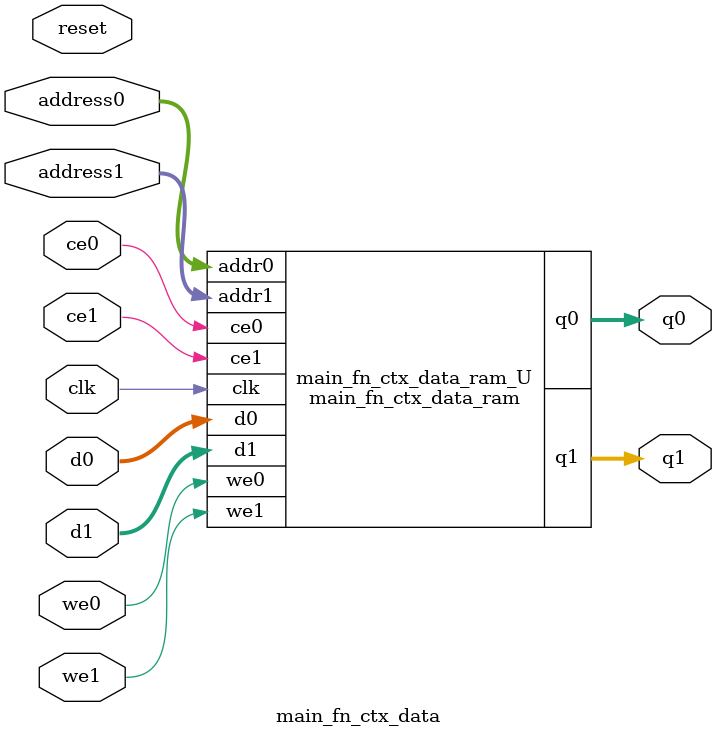
<source format=v>
`timescale 1 ns / 1 ps
module main_fn_ctx_data_ram (addr0, ce0, d0, we0, q0, addr1, ce1, d1, we1, q1,  clk);

parameter DWIDTH = 8;
parameter AWIDTH = 6;
parameter MEM_SIZE = 64;

input[AWIDTH-1:0] addr0;
input ce0;
input[DWIDTH-1:0] d0;
input we0;
output reg[DWIDTH-1:0] q0;
input[AWIDTH-1:0] addr1;
input ce1;
input[DWIDTH-1:0] d1;
input we1;
output reg[DWIDTH-1:0] q1;
input clk;

(* ram_style = "block" *)reg [DWIDTH-1:0] ram[0:MEM_SIZE-1];




always @(posedge clk)  
begin 
    if (ce0) 
    begin
        if (we0) 
        begin 
            ram[addr0] <= d0; 
        end 
        q0 <= ram[addr0];
    end
end


always @(posedge clk)  
begin 
    if (ce1) 
    begin
        if (we1) 
        begin 
            ram[addr1] <= d1; 
        end 
        q1 <= ram[addr1];
    end
end


endmodule

`timescale 1 ns / 1 ps
module main_fn_ctx_data(
    reset,
    clk,
    address0,
    ce0,
    we0,
    d0,
    q0,
    address1,
    ce1,
    we1,
    d1,
    q1);

parameter DataWidth = 32'd8;
parameter AddressRange = 32'd64;
parameter AddressWidth = 32'd6;
input reset;
input clk;
input[AddressWidth - 1:0] address0;
input ce0;
input we0;
input[DataWidth - 1:0] d0;
output[DataWidth - 1:0] q0;
input[AddressWidth - 1:0] address1;
input ce1;
input we1;
input[DataWidth - 1:0] d1;
output[DataWidth - 1:0] q1;



main_fn_ctx_data_ram main_fn_ctx_data_ram_U(
    .clk( clk ),
    .addr0( address0 ),
    .ce0( ce0 ),
    .we0( we0 ),
    .d0( d0 ),
    .q0( q0 ),
    .addr1( address1 ),
    .ce1( ce1 ),
    .we1( we1 ),
    .d1( d1 ),
    .q1( q1 ));

endmodule


</source>
